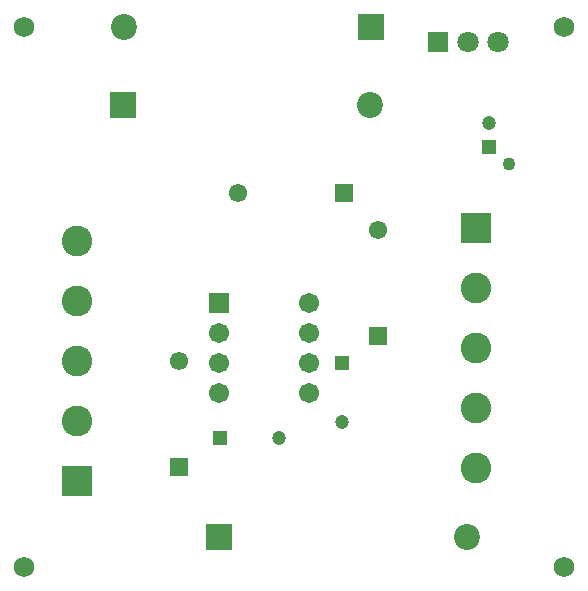
<source format=gbs>
G04*
G04 #@! TF.GenerationSoftware,Altium Limited,Altium Designer,21.3.1 (25)*
G04*
G04 Layer_Color=16711935*
%FSLAX25Y25*%
%MOIN*%
G70*
G04*
G04 #@! TF.SameCoordinates,4C1A46CD-458D-4170-9141-97B0DDD3FF2F*
G04*
G04*
G04 #@! TF.FilePolarity,Negative*
G04*
G01*
G75*
%ADD16C,0.10249*%
%ADD17R,0.10249X0.10249*%
%ADD18R,0.06115X0.06115*%
%ADD19C,0.06115*%
%ADD20C,0.06800*%
%ADD21C,0.04724*%
%ADD22R,0.04724X0.04724*%
%ADD23C,0.04331*%
%ADD24C,0.06706*%
%ADD25R,0.06706X0.06706*%
%ADD26R,0.06115X0.06115*%
%ADD27R,0.08661X0.08661*%
%ADD28C,0.08661*%
%ADD29R,0.04724X0.04724*%
%ADD30C,0.07099*%
%ADD31R,0.07099X0.07099*%
D16*
X160500Y43000D02*
D03*
Y63000D02*
D03*
Y83000D02*
D03*
Y103000D02*
D03*
X27500Y58500D02*
D03*
Y78500D02*
D03*
Y98500D02*
D03*
Y118500D02*
D03*
D17*
X160500Y123000D02*
D03*
X27500Y38500D02*
D03*
D18*
X116717Y134500D02*
D03*
D19*
X81283D02*
D03*
X128000Y122216D02*
D03*
X61500Y78716D02*
D03*
D20*
X10000Y190000D02*
D03*
X190000Y10000D02*
D03*
X10000D02*
D03*
X190000Y190000D02*
D03*
D21*
X164772Y157937D02*
D03*
X116000Y58157D02*
D03*
X94842Y53000D02*
D03*
D22*
X164772Y150063D02*
D03*
X116000Y77842D02*
D03*
D23*
X171465Y144158D02*
D03*
D24*
X105000Y68000D02*
D03*
Y78000D02*
D03*
Y88000D02*
D03*
Y98000D02*
D03*
X75000Y68000D02*
D03*
Y78000D02*
D03*
Y88000D02*
D03*
D25*
Y98000D02*
D03*
D26*
X128000Y86783D02*
D03*
X61500Y43284D02*
D03*
D27*
X75000Y20000D02*
D03*
X125721Y190000D02*
D03*
X42779Y164000D02*
D03*
D28*
X157441Y20000D02*
D03*
X43279Y190000D02*
D03*
X125221Y164000D02*
D03*
D29*
X75157Y53000D02*
D03*
D30*
X168000Y185000D02*
D03*
X158000D02*
D03*
D31*
X148000D02*
D03*
M02*

</source>
